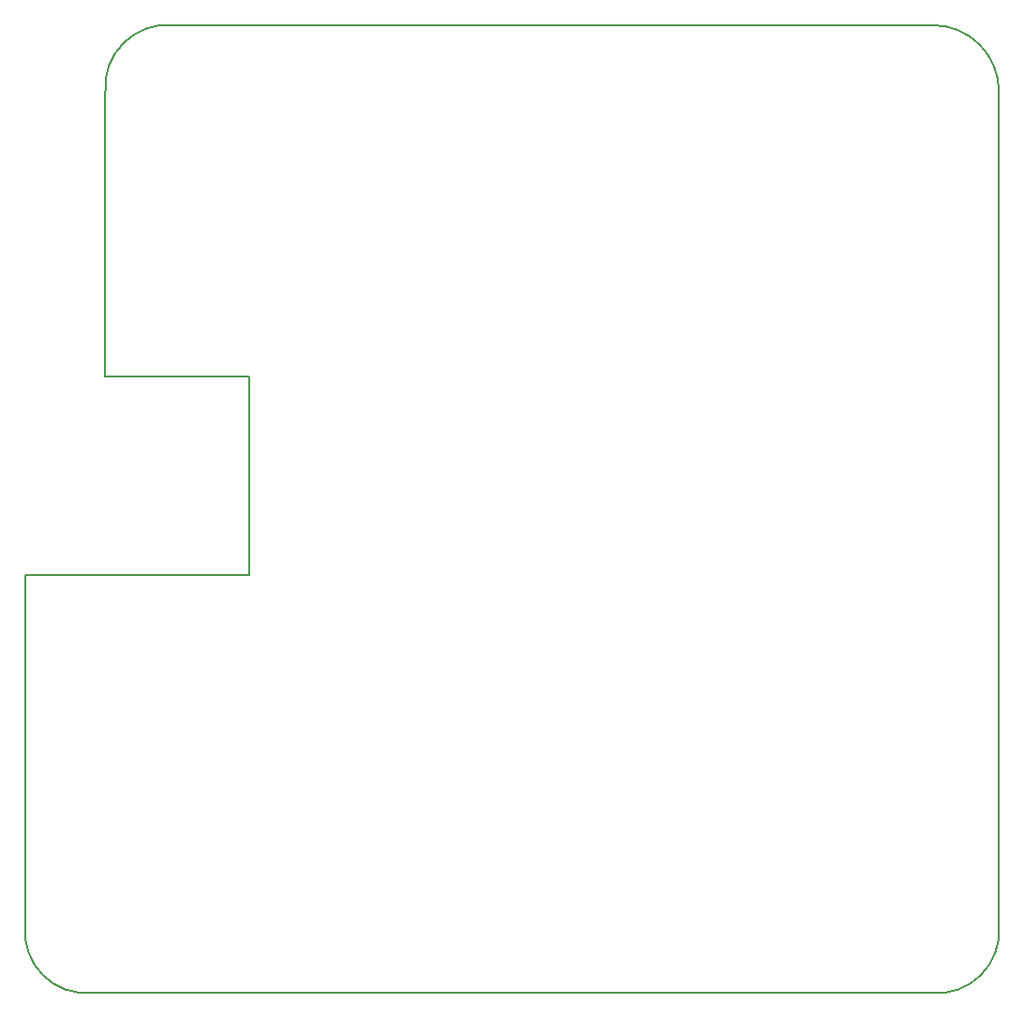
<source format=gko>
G04 DipTrace 3.3.1.3*
G04 Communicationboardv03.gko*
%MOMM*%
G04 #@! TF.FileFunction,Profile*
G04 #@! TF.Part,Single*
%ADD11C,0.14*%
%FSLAX35Y35*%
G04*
G71*
G90*
G75*
G01*
G04 BoardOutline*
%LPD*%
X-717000Y6206000D2*
D11*
G02X-117000Y6806000I557955J42045D01*
G01*
X6758000D1*
G02X7358000Y6206000I2500J-597500D01*
G01*
Y-1344000D1*
G02X6758000Y-1944000I-557955J-42045D01*
G01*
X-842000D1*
G02X-1442000Y-1344000I-46591J553409D01*
G01*
Y1831000D1*
X583000D1*
Y3631000D1*
X-717000D1*
Y6206000D1*
M02*

</source>
